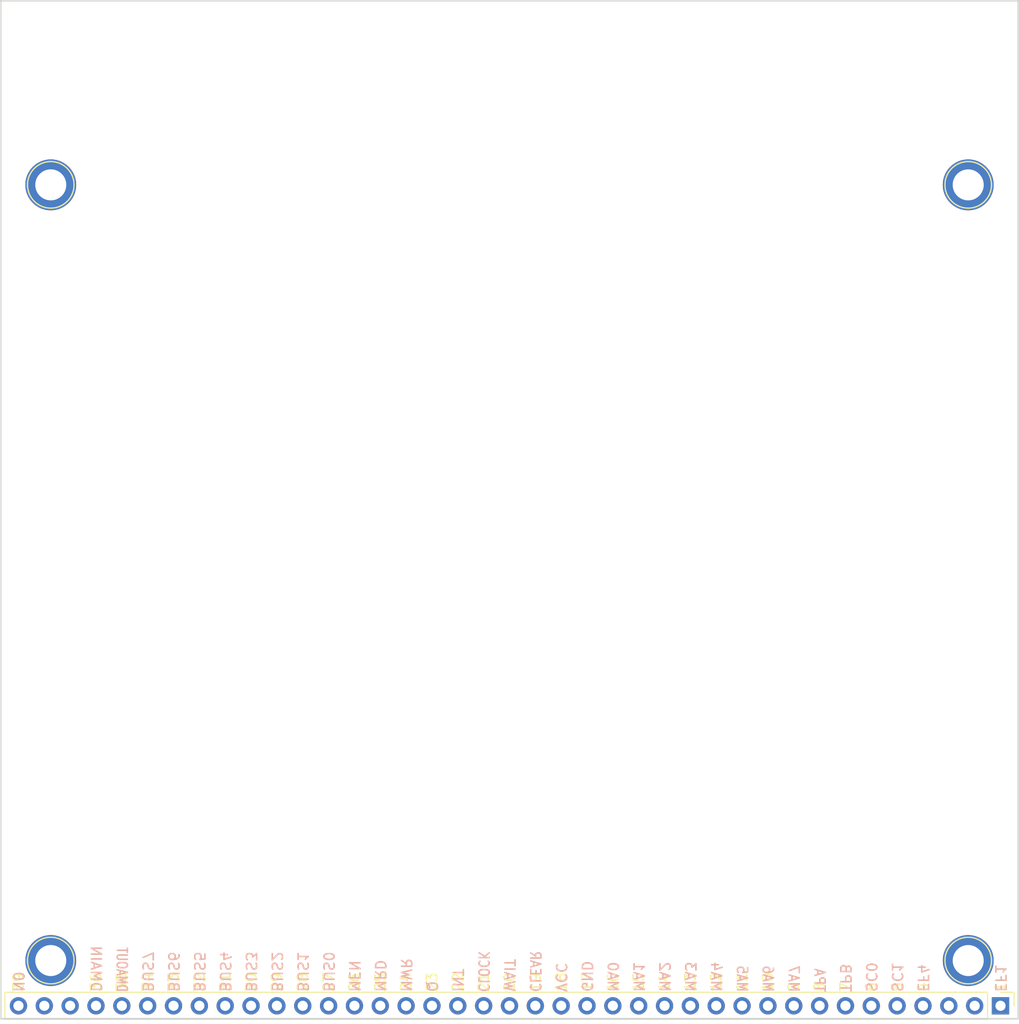
<source format=kicad_pcb>
(kicad_pcb (version 20171130) (host pcbnew "(5.1.9)-1")

  (general
    (thickness 1.6)
    (drawings 74)
    (tracks 6)
    (zones 0)
    (modules 5)
    (nets 44)
  )

  (page A4)
  (layers
    (0 F.Cu signal)
    (31 B.Cu signal)
    (32 B.Adhes user hide)
    (33 F.Adhes user hide)
    (34 B.Paste user hide)
    (35 F.Paste user hide)
    (36 B.SilkS user)
    (37 F.SilkS user)
    (38 B.Mask user)
    (39 F.Mask user)
    (40 Dwgs.User user hide)
    (41 Cmts.User user hide)
    (42 Eco1.User user hide)
    (43 Eco2.User user hide)
    (44 Edge.Cuts user)
    (45 Margin user)
    (46 B.CrtYd user)
    (47 F.CrtYd user)
    (48 B.Fab user)
    (49 F.Fab user)
  )

  (setup
    (last_trace_width 0.25)
    (user_trace_width 0.1)
    (user_trace_width 0.200004)
    (user_trace_width 0.500009)
    (user_trace_width 0.750013)
    (trace_clearance 0.2)
    (zone_clearance 0.508)
    (zone_45_only no)
    (trace_min 0.01)
    (via_size 0.6)
    (via_drill 0.4)
    (via_min_size 0.4)
    (via_min_drill 0.3)
    (uvia_size 0.3)
    (uvia_drill 0.1)
    (uvias_allowed no)
    (uvia_min_size 0.2)
    (uvia_min_drill 0.1)
    (edge_width 0.15)
    (segment_width 0.2)
    (pcb_text_width 0.3)
    (pcb_text_size 1.5 1.5)
    (mod_edge_width 0.2)
    (mod_text_size 1 1)
    (mod_text_width 0.15)
    (pad_size 1 1)
    (pad_drill 0.711)
    (pad_to_mask_clearance 0)
    (aux_axis_origin 0 0)
    (visible_elements 7FFFFFFF)
    (pcbplotparams
      (layerselection 0x010fc_ffffffff)
      (usegerberextensions true)
      (usegerberattributes false)
      (usegerberadvancedattributes false)
      (creategerberjobfile false)
      (excludeedgelayer true)
      (linewidth 0.100000)
      (plotframeref false)
      (viasonmask false)
      (mode 1)
      (useauxorigin false)
      (hpglpennumber 1)
      (hpglpenspeed 20)
      (hpglpendiameter 15.000000)
      (psnegative false)
      (psa4output false)
      (plotreference true)
      (plotvalue true)
      (plotinvisibletext false)
      (padsonsilk false)
      (subtractmaskfromsilk false)
      (outputformat 1)
      (mirror false)
      (drillshape 0)
      (scaleselection 1)
      (outputdirectory "export/"))
  )

  (net 0 "")
  (net 1 GND)
  (net 2 VCC)
  (net 3 N2)
  (net 4 TPB)
  (net 5 TPA)
  (net 6 /BUS0)
  (net 7 /BUS1)
  (net 8 /BUS2)
  (net 9 /BUS3)
  (net 10 /BUS4)
  (net 11 /BUS5)
  (net 12 /BUS6)
  (net 13 N0)
  (net 14 N1)
  (net 15 SC1)
  (net 16 SC0)
  (net 17 "Net-(J1-Pad1)")
  (net 18 "Net-(J2-Pad1)")
  (net 19 "Net-(J3-Pad1)")
  (net 20 "Net-(J4-Pad1)")
  (net 21 /MA7)
  (net 22 /MA6)
  (net 23 /MA5)
  (net 24 /MA4)
  (net 25 /MA3)
  (net 26 /MA2)
  (net 27 /MA1)
  (net 28 /MA0)
  (net 29 CLOCK)
  (net 30 Q)
  (net 31 MEN)
  (net 32 /BUS7)
  (net 33 ~EF1~)
  (net 34 ~EF2~)
  (net 35 ~EF3~)
  (net 36 ~EF4~)
  (net 37 ~CLEAR~)
  (net 38 ~WAIT~)
  (net 39 ~INTERRUPT~)
  (net 40 ~MWR~)
  (net 41 ~MRD~)
  (net 42 ~DMAOUT~)
  (net 43 ~DMAIN~)

  (net_class Default "This is the default net class."
    (clearance 0.2)
    (trace_width 0.25)
    (via_dia 0.6)
    (via_drill 0.4)
    (uvia_dia 0.3)
    (uvia_drill 0.1)
    (add_net /BUS0)
    (add_net /BUS1)
    (add_net /BUS2)
    (add_net /BUS3)
    (add_net /BUS4)
    (add_net /BUS5)
    (add_net /BUS6)
    (add_net /BUS7)
    (add_net /MA0)
    (add_net /MA1)
    (add_net /MA2)
    (add_net /MA3)
    (add_net /MA4)
    (add_net /MA5)
    (add_net /MA6)
    (add_net /MA7)
    (add_net CLOCK)
    (add_net GND)
    (add_net MEN)
    (add_net N0)
    (add_net N1)
    (add_net N2)
    (add_net "Net-(J1-Pad1)")
    (add_net "Net-(J2-Pad1)")
    (add_net "Net-(J3-Pad1)")
    (add_net "Net-(J4-Pad1)")
    (add_net Q)
    (add_net SC0)
    (add_net SC1)
    (add_net TPA)
    (add_net TPB)
    (add_net VCC)
    (add_net ~CLEAR~)
    (add_net ~DMAIN~)
    (add_net ~DMAOUT~)
    (add_net ~EF1~)
    (add_net ~EF2~)
    (add_net ~EF3~)
    (add_net ~EF4~)
    (add_net ~INTERRUPT~)
    (add_net ~MRD~)
    (add_net ~MWR~)
    (add_net ~WAIT~)
  )

  (net_class VCC ""
    (clearance 0.2)
    (trace_width 0.75)
    (via_dia 0.6)
    (via_drill 0.4)
    (uvia_dia 0.3)
    (uvia_drill 0.1)
  )

  (module 1802-Mini:Pin_Header_Straight_1x39_Pitch2.54mm (layer F.Cu) (tedit 5FE8264B) (tstamp 5B22789F)
    (at 198.12 146.05 270)
    (descr "Through hole straight pin header, 1x39, 2.54mm pitch, single row")
    (tags "Through hole pin header THT 1x39 2.54mm single row")
    (path /610DB5AF)
    (fp_text reference J5 (at 0 26.67 180) (layer F.SilkS) hide
      (effects (font (size 1 1) (thickness 0.15)))
    )
    (fp_text value Expansion (at 0 57.4675 180) (layer F.Fab) hide
      (effects (font (size 1 1) (thickness 0.15)))
    )
    (fp_text user %R (at 0 48.26) (layer F.Fab)
      (effects (font (size 1 1) (thickness 0.15)))
    )
    (fp_line (start 1.8 -1.8) (end -1.8 -1.8) (layer F.CrtYd) (width 0.05))
    (fp_line (start 1.8 98.3) (end 1.8 -1.8) (layer F.CrtYd) (width 0.05))
    (fp_line (start -1.8 98.3) (end 1.8 98.3) (layer F.CrtYd) (width 0.05))
    (fp_line (start -1.8 -1.8) (end -1.8 98.3) (layer F.CrtYd) (width 0.05))
    (fp_line (start -1.33 -1.33) (end 0 -1.33) (layer F.SilkS) (width 0.12))
    (fp_line (start -1.33 0) (end -1.33 -1.33) (layer F.SilkS) (width 0.12))
    (fp_line (start -1.33 1.27) (end 1.33 1.27) (layer F.SilkS) (width 0.12))
    (fp_line (start 1.33 1.27) (end 1.33 97.85) (layer F.SilkS) (width 0.12))
    (fp_line (start -1.33 1.27) (end -1.33 97.85) (layer F.SilkS) (width 0.12))
    (fp_line (start -1.33 97.85) (end 1.33 97.85) (layer F.SilkS) (width 0.12))
    (fp_line (start -1.27 -0.635) (end -0.635 -1.27) (layer F.Fab) (width 0.1))
    (fp_line (start -1.27 97.79) (end -1.27 -0.635) (layer F.Fab) (width 0.1))
    (fp_line (start 1.27 97.79) (end -1.27 97.79) (layer F.Fab) (width 0.1))
    (fp_line (start 1.27 -1.27) (end 1.27 97.79) (layer F.Fab) (width 0.1))
    (fp_line (start -0.635 -1.27) (end 1.27 -1.27) (layer F.Fab) (width 0.1))
    (pad 1 thru_hole rect (at 0 0 270) (size 1.7 1.7) (drill 1) (layers *.Cu *.Mask)
      (net 33 ~EF1~))
    (pad 2 thru_hole oval (at 0 2.54 270) (size 1.7 1.7) (drill 1) (layers *.Cu *.Mask)
      (net 34 ~EF2~))
    (pad 3 thru_hole oval (at 0 5.08 270) (size 1.7 1.7) (drill 1) (layers *.Cu *.Mask)
      (net 35 ~EF3~))
    (pad 4 thru_hole oval (at 0 7.62 270) (size 1.7 1.7) (drill 1) (layers *.Cu *.Mask)
      (net 36 ~EF4~))
    (pad 5 thru_hole oval (at 0 10.16 270) (size 1.7 1.7) (drill 1) (layers *.Cu *.Mask)
      (net 15 SC1))
    (pad 6 thru_hole oval (at 0 12.7 270) (size 1.7 1.7) (drill 1) (layers *.Cu *.Mask)
      (net 16 SC0))
    (pad 7 thru_hole oval (at 0 15.24 270) (size 1.7 1.7) (drill 1) (layers *.Cu *.Mask)
      (net 4 TPB))
    (pad 8 thru_hole oval (at 0 17.78 270) (size 1.7 1.7) (drill 1) (layers *.Cu *.Mask)
      (net 5 TPA))
    (pad 9 thru_hole oval (at 0 20.32 270) (size 1.7 1.7) (drill 1) (layers *.Cu *.Mask)
      (net 21 /MA7))
    (pad 10 thru_hole oval (at 0 22.86 270) (size 1.7 1.7) (drill 1) (layers *.Cu *.Mask)
      (net 22 /MA6))
    (pad 11 thru_hole oval (at 0 25.4 270) (size 1.7 1.7) (drill 1) (layers *.Cu *.Mask)
      (net 23 /MA5))
    (pad 12 thru_hole oval (at 0 27.94 270) (size 1.7 1.7) (drill 1) (layers *.Cu *.Mask)
      (net 24 /MA4))
    (pad 13 thru_hole oval (at 0 30.48 270) (size 1.7 1.7) (drill 1) (layers *.Cu *.Mask)
      (net 25 /MA3))
    (pad 14 thru_hole oval (at 0 33.02 270) (size 1.7 1.7) (drill 1) (layers *.Cu *.Mask)
      (net 26 /MA2))
    (pad 15 thru_hole oval (at 0 35.56 270) (size 1.7 1.7) (drill 1) (layers *.Cu *.Mask)
      (net 27 /MA1))
    (pad 16 thru_hole oval (at 0 38.1 270) (size 1.7 1.7) (drill 1) (layers *.Cu *.Mask)
      (net 28 /MA0))
    (pad 17 thru_hole oval (at 0 40.64 270) (size 1.7 1.7) (drill 1) (layers *.Cu *.Mask)
      (net 1 GND) (zone_connect 0))
    (pad 18 thru_hole oval (at 0 43.18 270) (size 1.7 1.7) (drill 1) (layers *.Cu *.Mask)
      (net 2 VCC))
    (pad 19 thru_hole oval (at 0 45.72 270) (size 1.7 1.7) (drill 1) (layers *.Cu *.Mask)
      (net 37 ~CLEAR~))
    (pad 20 thru_hole oval (at 0 48.26 270) (size 1.7 1.7) (drill 1) (layers *.Cu *.Mask)
      (net 38 ~WAIT~))
    (pad 21 thru_hole oval (at 0 50.8 270) (size 1.7 1.7) (drill 1) (layers *.Cu *.Mask)
      (net 29 CLOCK))
    (pad 22 thru_hole oval (at 0 53.34 270) (size 1.7 1.7) (drill 1) (layers *.Cu *.Mask)
      (net 39 ~INTERRUPT~))
    (pad 23 thru_hole oval (at 0 55.88 270) (size 1.7 1.7) (drill 1) (layers *.Cu *.Mask)
      (net 30 Q))
    (pad 24 thru_hole oval (at 0 58.42 270) (size 1.7 1.7) (drill 1) (layers *.Cu *.Mask)
      (net 40 ~MWR~))
    (pad 25 thru_hole oval (at 0 60.96 270) (size 1.7 1.7) (drill 1) (layers *.Cu *.Mask)
      (net 41 ~MRD~))
    (pad 26 thru_hole oval (at 0 63.5 270) (size 1.7 1.7) (drill 1) (layers *.Cu *.Mask)
      (net 31 MEN))
    (pad 27 thru_hole oval (at 0 66.04 270) (size 1.7 1.7) (drill 1) (layers *.Cu *.Mask)
      (net 6 /BUS0))
    (pad 28 thru_hole oval (at 0 68.58 270) (size 1.7 1.7) (drill 1) (layers *.Cu *.Mask)
      (net 7 /BUS1))
    (pad 29 thru_hole oval (at 0 71.12 270) (size 1.7 1.7) (drill 1) (layers *.Cu *.Mask)
      (net 8 /BUS2))
    (pad 30 thru_hole oval (at 0 73.66 270) (size 1.7 1.7) (drill 1) (layers *.Cu *.Mask)
      (net 9 /BUS3))
    (pad 31 thru_hole oval (at 0 76.2 270) (size 1.7 1.7) (drill 1) (layers *.Cu *.Mask)
      (net 10 /BUS4))
    (pad 32 thru_hole oval (at 0 78.74 270) (size 1.7 1.7) (drill 1) (layers *.Cu *.Mask)
      (net 11 /BUS5))
    (pad 33 thru_hole oval (at 0 81.28 270) (size 1.7 1.7) (drill 1) (layers *.Cu *.Mask)
      (net 12 /BUS6))
    (pad 34 thru_hole oval (at 0 83.82 270) (size 1.7 1.7) (drill 1) (layers *.Cu *.Mask)
      (net 32 /BUS7))
    (pad 35 thru_hole oval (at 0 86.36 270) (size 1.7 1.7) (drill 1) (layers *.Cu *.Mask)
      (net 42 ~DMAOUT~))
    (pad 36 thru_hole oval (at 0 88.9 270) (size 1.7 1.7) (drill 1) (layers *.Cu *.Mask)
      (net 43 ~DMAIN~))
    (pad 37 thru_hole oval (at 0 91.44 270) (size 1.7 1.7) (drill 1) (layers *.Cu *.Mask)
      (net 3 N2))
    (pad 38 thru_hole oval (at 0 93.98 270) (size 1.7 1.7) (drill 1) (layers *.Cu *.Mask)
      (net 14 N1))
    (pad 39 thru_hole oval (at 0 96.52 270) (size 1.7 1.7) (drill 1) (layers *.Cu *.Mask)
      (net 13 N0))
    (model ${KISYS3DMOD}/Pin_Headers.3dshapes/Pin_Header_Straight_1x39_Pitch2.54mm.wrl
      (at (xyz 0 0 0))
      (scale (xyz 1 1 1))
      (rotate (xyz 0 0 0))
    )
  )

  (module 1802-Mini:1pin (layer F.Cu) (tedit 5946BDE4) (tstamp 5946C0E0)
    (at 104.775 65.405)
    (descr "module 1 pin (ou trou mecanique de percage)")
    (tags DEV)
    (path /6111A9F4)
    (fp_text reference J4 (at 0 0) (layer F.SilkS) hide
      (effects (font (size 1 1) (thickness 0.15)))
    )
    (fp_text value Mount (at 0 3) (layer F.Fab) hide
      (effects (font (size 1 1) (thickness 0.15)))
    )
    (fp_circle (center 0 0) (end 0 -2.286) (layer F.SilkS) (width 0.12))
    (fp_circle (center 0 0) (end 2.6 0) (layer F.CrtYd) (width 0.05))
    (fp_circle (center 0 0) (end 2 0.8) (layer F.Fab) (width 0.1))
    (pad 1 thru_hole circle (at 0 0) (size 5 5) (drill 3.048) (layers *.Cu *.Mask)
      (net 20 "Net-(J4-Pad1)"))
  )

  (module 1802-Mini:1pin (layer F.Cu) (tedit 5946BDE4) (tstamp 5946C0DB)
    (at 104.775 141.605)
    (descr "module 1 pin (ou trou mecanique de percage)")
    (tags DEV)
    (path /6111A7F8)
    (fp_text reference J3 (at 0 0) (layer F.SilkS) hide
      (effects (font (size 1 1) (thickness 0.15)))
    )
    (fp_text value Mount (at 0 3) (layer F.Fab) hide
      (effects (font (size 1 1) (thickness 0.15)))
    )
    (fp_circle (center 0 0) (end 0 -2.286) (layer F.SilkS) (width 0.12))
    (fp_circle (center 0 0) (end 2.6 0) (layer F.CrtYd) (width 0.05))
    (fp_circle (center 0 0) (end 2 0.8) (layer F.Fab) (width 0.1))
    (pad 1 thru_hole circle (at 0 0) (size 5 5) (drill 3.048) (layers *.Cu *.Mask)
      (net 19 "Net-(J3-Pad1)"))
  )

  (module 1802-Mini:1pin (layer F.Cu) (tedit 5946BDE4) (tstamp 5FA1B09B)
    (at 194.945 65.405 180)
    (descr "module 1 pin (ou trou mecanique de percage)")
    (tags DEV)
    (path /6111A5A3)
    (fp_text reference J2 (at 0 0) (layer F.SilkS) hide
      (effects (font (size 1 1) (thickness 0.15)))
    )
    (fp_text value Mount (at 0 3) (layer F.Fab) hide
      (effects (font (size 1 1) (thickness 0.15)))
    )
    (fp_circle (center 0 0) (end 0 -2.286) (layer F.SilkS) (width 0.12))
    (fp_circle (center 0 0) (end 2.6 0) (layer F.CrtYd) (width 0.05))
    (fp_circle (center 0 0) (end 2 0.8) (layer F.Fab) (width 0.1))
    (pad 1 thru_hole circle (at 0 0 180) (size 5 5) (drill 3.048) (layers *.Cu *.Mask)
      (net 18 "Net-(J2-Pad1)"))
  )

  (module 1802-Mini:1pin (layer F.Cu) (tedit 5946BDE4) (tstamp 5B227897)
    (at 194.945 141.605)
    (descr "module 1 pin (ou trou mecanique de percage)")
    (tags DEV)
    (path /6111806C)
    (fp_text reference J1 (at 0 0) (layer F.SilkS) hide
      (effects (font (size 1 1) (thickness 0.15)))
    )
    (fp_text value Mount (at 0 3) (layer F.Fab) hide
      (effects (font (size 1 1) (thickness 0.15)))
    )
    (fp_circle (center 0 0) (end 0 -2.286) (layer F.SilkS) (width 0.12))
    (fp_circle (center 0 0) (end 2.6 0) (layer F.CrtYd) (width 0.05))
    (fp_circle (center 0 0) (end 2 0.8) (layer F.Fab) (width 0.1))
    (pad 1 thru_hole circle (at 0 0) (size 5 5) (drill 3.048) (layers *.Cu *.Mask)
      (net 17 "Net-(J1-Pad1)"))
  )

  (gr_line (start 99.86 47.32) (end 199.86 47.32) (angle 90) (layer Edge.Cuts) (width 0.15))
  (gr_line (start 99.86 147.32) (end 99.86 47.32) (angle 90) (layer Edge.Cuts) (width 0.15) (tstamp 5F9CF887))
  (gr_line (start 199.86 147.32) (end 199.86 47.32) (angle 90) (layer Edge.Cuts) (width 0.15) (tstamp 5FA17447))
  (gr_text 39 (at 101.6 144.78 90) (layer F.SilkS) (tstamp 5F8F39EA)
    (effects (font (size 1 1) (thickness 0.15)) (justify left))
  )
  (gr_text 36 (at 109.22 144.78 90) (layer F.SilkS) (tstamp 5F8F39E7)
    (effects (font (size 1 1) (thickness 0.15)) (justify left))
  )
  (gr_text 35 (at 111.76 144.78 90) (layer F.SilkS) (tstamp 5F8F39E4)
    (effects (font (size 1 1) (thickness 0.15)) (justify left))
  )
  (gr_text 34 (at 114.3 144.78 90) (layer F.SilkS) (tstamp 5F8F39E1)
    (effects (font (size 1 1) (thickness 0.15)) (justify left))
  )
  (gr_text 33 (at 116.84 144.78 90) (layer F.SilkS) (tstamp 5F8F39DE)
    (effects (font (size 1 1) (thickness 0.15)) (justify left))
  )
  (gr_text 32 (at 119.38 144.78 90) (layer F.SilkS) (tstamp 5F8F39DB)
    (effects (font (size 1 1) (thickness 0.15)) (justify left))
  )
  (gr_text 31 (at 121.92 144.78 90) (layer F.SilkS) (tstamp 5F8F39D8)
    (effects (font (size 1 1) (thickness 0.15)) (justify left))
  )
  (gr_text 30 (at 124.46 144.78 90) (layer F.SilkS) (tstamp 5F8F39D5)
    (effects (font (size 1 1) (thickness 0.15)) (justify left))
  )
  (gr_text 29 (at 127 144.78 90) (layer F.SilkS) (tstamp 5F8F39D2)
    (effects (font (size 1 1) (thickness 0.15)) (justify left))
  )
  (gr_text 28 (at 129.54 144.78 90) (layer F.SilkS) (tstamp 5F8F39CF)
    (effects (font (size 1 1) (thickness 0.15)) (justify left))
  )
  (gr_text 27 (at 132.08 144.78 90) (layer F.SilkS) (tstamp 5F8F39CC)
    (effects (font (size 1 1) (thickness 0.15)) (justify left))
  )
  (gr_text 26 (at 134.62 144.78 90) (layer F.SilkS) (tstamp 5F8F39C9)
    (effects (font (size 1 1) (thickness 0.15)) (justify left))
  )
  (gr_text 25 (at 137.16 144.78 90) (layer F.SilkS) (tstamp 5F8F39C6)
    (effects (font (size 1 1) (thickness 0.15)) (justify left))
  )
  (gr_text 24 (at 139.7 144.78 90) (layer F.SilkS) (tstamp 5F8F39C3)
    (effects (font (size 1 1) (thickness 0.15)) (justify left))
  )
  (gr_text 23 (at 142.24 144.78 90) (layer F.SilkS) (tstamp 5F8F3384)
    (effects (font (size 1 1) (thickness 0.15)) (justify left))
  )
  (gr_text 22 (at 144.78 144.78 90) (layer F.SilkS) (tstamp 5F8F3381)
    (effects (font (size 1 1) (thickness 0.15)) (justify left))
  )
  (gr_text 21 (at 147.32 144.78 90) (layer F.SilkS) (tstamp 5F8F337E)
    (effects (font (size 1 1) (thickness 0.15)) (justify left))
  )
  (gr_text 20 (at 149.86 144.78 90) (layer F.SilkS) (tstamp 5F8F337B)
    (effects (font (size 1 1) (thickness 0.15)) (justify left))
  )
  (gr_text 19 (at 152.4 144.78 90) (layer F.SilkS) (tstamp 5F8F3378)
    (effects (font (size 1 1) (thickness 0.15)) (justify left))
  )
  (gr_text 18 (at 154.94 144.78 90) (layer F.SilkS) (tstamp 5F8F3375)
    (effects (font (size 1 1) (thickness 0.15)) (justify left))
  )
  (gr_text 17 (at 157.48 144.78 90) (layer F.SilkS) (tstamp 5F8F3372)
    (effects (font (size 1 1) (thickness 0.15)) (justify left))
  )
  (gr_text 16 (at 160.02 144.78 90) (layer F.SilkS) (tstamp 5F8F336F)
    (effects (font (size 1 1) (thickness 0.15)) (justify left))
  )
  (gr_text 15 (at 162.56 144.78 90) (layer F.SilkS) (tstamp 5F8F336C)
    (effects (font (size 1 1) (thickness 0.15)) (justify left))
  )
  (gr_text 14 (at 165.1 144.78 90) (layer F.SilkS) (tstamp 5F8F3369)
    (effects (font (size 1 1) (thickness 0.15)) (justify left))
  )
  (gr_text 13 (at 167.64 144.78 90) (layer F.SilkS) (tstamp 5F8F3366)
    (effects (font (size 1 1) (thickness 0.15)) (justify left))
  )
  (gr_text 12 (at 170.18 144.78 90) (layer F.SilkS) (tstamp 5F8F3363)
    (effects (font (size 1 1) (thickness 0.15)) (justify left))
  )
  (gr_text 11 (at 172.72 144.78 90) (layer F.SilkS) (tstamp 5F8F3360)
    (effects (font (size 1 1) (thickness 0.15)) (justify left))
  )
  (gr_text 10 (at 175.26 144.78 90) (layer F.SilkS) (tstamp 5F8F335D)
    (effects (font (size 1 1) (thickness 0.15)) (justify left))
  )
  (gr_text 9 (at 177.8 144.78 90) (layer F.SilkS) (tstamp 5F8F2D16)
    (effects (font (size 1 1) (thickness 0.15)) (justify left))
  )
  (gr_text 8 (at 180.34 144.78 90) (layer F.SilkS) (tstamp 5F8F2D14)
    (effects (font (size 1 1) (thickness 0.15)) (justify left))
  )
  (gr_text 7 (at 182.88 144.78 90) (layer F.SilkS) (tstamp 5F8F2D12)
    (effects (font (size 1 1) (thickness 0.15)) (justify left))
  )
  (gr_text 6 (at 185.42 144.78 90) (layer F.SilkS) (tstamp 5F8F2D10)
    (effects (font (size 1 1) (thickness 0.15)) (justify left))
  )
  (gr_text 5 (at 187.96 144.78 90) (layer F.SilkS) (tstamp 5F8F2D0E)
    (effects (font (size 1 1) (thickness 0.15)) (justify left))
  )
  (gr_text 4 (at 190.5 144.78 90) (layer F.SilkS) (tstamp 5F8F28DB)
    (effects (font (size 1 1) (thickness 0.15)) (justify left))
  )
  (gr_text 1 (at 198.12 144.78 90) (layer F.SilkS) (tstamp 5F8F28D7)
    (effects (font (size 1 1) (thickness 0.15)) (justify left))
  )
  (gr_text N0 (at 101.6 144.78 270) (layer B.SilkS) (tstamp 5F8F13AE)
    (effects (font (size 1 1) (thickness 0.15)) (justify left mirror))
  )
  (gr_text DMAIN (at 109.22 144.78 270) (layer B.SilkS) (tstamp 5F8F13A9)
    (effects (font (size 1 1) (thickness 0.15)) (justify left mirror))
  )
  (gr_text DMAOUT (at 111.76 144.78 270) (layer B.SilkS) (tstamp 5F8F13A6)
    (effects (font (size 1 0.746) (thickness 0.15)) (justify left mirror))
  )
  (gr_text BUS7 (at 114.3 144.78 270) (layer B.SilkS) (tstamp 5F8F13A1)
    (effects (font (size 1 1) (thickness 0.15)) (justify left mirror))
  )
  (gr_text BUS6 (at 116.84 144.78 270) (layer B.SilkS) (tstamp 5F8F139E)
    (effects (font (size 1 1) (thickness 0.15)) (justify left mirror))
  )
  (gr_text BUS5 (at 119.38 144.78 270) (layer B.SilkS) (tstamp 5F8F139B)
    (effects (font (size 1 1) (thickness 0.15)) (justify left mirror))
  )
  (gr_text BUS4 (at 121.92 144.78 270) (layer B.SilkS) (tstamp 5F8F1398)
    (effects (font (size 1 1) (thickness 0.15)) (justify left mirror))
  )
  (gr_text BUS3 (at 124.46 144.78 270) (layer B.SilkS) (tstamp 5F8F1395)
    (effects (font (size 1 1) (thickness 0.15)) (justify left mirror))
  )
  (gr_text BUS2 (at 127 144.78 270) (layer B.SilkS) (tstamp 5F8F1392)
    (effects (font (size 1 1) (thickness 0.15)) (justify left mirror))
  )
  (gr_text BUS1 (at 129.54 144.78 270) (layer B.SilkS) (tstamp 5F8F138F)
    (effects (font (size 1 1) (thickness 0.15)) (justify left mirror))
  )
  (gr_text BUS0 (at 132.08 144.78 270) (layer B.SilkS) (tstamp 5F8F138C)
    (effects (font (size 1 1) (thickness 0.15)) (justify left mirror))
  )
  (gr_text MEN (at 134.62 144.78 270) (layer B.SilkS) (tstamp 5F8F1387)
    (effects (font (size 1 1) (thickness 0.15)) (justify left mirror))
  )
  (gr_text MRD (at 137.16 144.78 270) (layer B.SilkS) (tstamp 5F8F1381)
    (effects (font (size 1 1) (thickness 0.15)) (justify left mirror))
  )
  (gr_text MWR (at 139.7 144.78 270) (layer B.SilkS) (tstamp 5F8F137C)
    (effects (font (size 1 1) (thickness 0.15)) (justify left mirror))
  )
  (gr_text Q (at 142.24 144.78 270) (layer B.SilkS) (tstamp 5F8F1377)
    (effects (font (size 1 1) (thickness 0.15)) (justify left mirror))
  )
  (gr_text INT (at 144.78 144.78 270) (layer B.SilkS) (tstamp 5F8F1372)
    (effects (font (size 1 1) (thickness 0.15)) (justify left mirror))
  )
  (gr_text CLOCK (at 147.32 144.78 270) (layer B.SilkS) (tstamp 5F8F136B)
    (effects (font (size 1 0.8222) (thickness 0.15)) (justify left mirror))
  )
  (gr_text WAIT (at 149.86 144.78 270) (layer B.SilkS) (tstamp 5F8F1368)
    (effects (font (size 1 1) (thickness 0.15)) (justify left mirror))
  )
  (gr_text CLEAR (at 152.4 144.78 270) (layer B.SilkS) (tstamp 5F8F1363)
    (effects (font (size 1 0.873) (thickness 0.15)) (justify left mirror))
  )
  (gr_text VCC (at 154.94 144.78 270) (layer B.SilkS) (tstamp 5F8F1360)
    (effects (font (size 1 1) (thickness 0.15)) (justify left mirror))
  )
  (gr_text EF1 (at 198.12 144.78 270) (layer B.SilkS) (tstamp 5F8F1359)
    (effects (font (size 1 1) (thickness 0.15)) (justify left mirror))
  )
  (gr_text EF4 (at 190.5 144.78 270) (layer B.SilkS) (tstamp 5F8F1355)
    (effects (font (size 1 1) (thickness 0.15)) (justify left mirror))
  )
  (gr_text SC1 (at 187.96 144.78 270) (layer B.SilkS) (tstamp 5F8F1350)
    (effects (font (size 1 1) (thickness 0.15)) (justify left mirror))
  )
  (gr_text SC0 (at 185.42 144.78 270) (layer B.SilkS) (tstamp 5F8F134B)
    (effects (font (size 1 1) (thickness 0.15)) (justify left mirror))
  )
  (gr_text TPB (at 182.88 144.78 270) (layer B.SilkS) (tstamp 5F8F1348)
    (effects (font (size 1 1) (thickness 0.15)) (justify left mirror))
  )
  (gr_text TPA (at 180.34 144.78 270) (layer B.SilkS) (tstamp 5F8F1345)
    (effects (font (size 1 0.873) (thickness 0.15)) (justify left mirror))
  )
  (gr_text MA7 (at 177.8 144.78 270) (layer B.SilkS) (tstamp 5F8F1340)
    (effects (font (size 1 0.873) (thickness 0.15)) (justify left mirror))
  )
  (gr_text MA6 (at 175.26 144.78 270) (layer B.SilkS) (tstamp 5F8F133D)
    (effects (font (size 1 0.873) (thickness 0.15)) (justify left mirror))
  )
  (gr_text MA5 (at 172.72 144.78 270) (layer B.SilkS) (tstamp 5F8F1337)
    (effects (font (size 1 0.873) (thickness 0.15)) (justify left mirror))
  )
  (gr_text MA4 (at 170.18 144.78 270) (layer B.SilkS) (tstamp 5F8F1334)
    (effects (font (size 1 1) (thickness 0.15)) (justify left mirror))
  )
  (gr_text MA3 (at 167.64 144.78 270) (layer B.SilkS) (tstamp 5F8F1331)
    (effects (font (size 1 1) (thickness 0.15)) (justify left mirror))
  )
  (gr_text MA2 (at 165.1 144.78 270) (layer B.SilkS) (tstamp 5F8F132E)
    (effects (font (size 1 1) (thickness 0.15)) (justify left mirror))
  )
  (gr_text MA1 (at 162.56 144.78 270) (layer B.SilkS) (tstamp 5F8F132A)
    (effects (font (size 1 1) (thickness 0.15)) (justify left mirror))
  )
  (gr_text MA0 (at 160.02 144.78 270) (layer B.SilkS) (tstamp 5F8F1323)
    (effects (font (size 1 1) (thickness 0.15)) (justify left mirror))
  )
  (gr_text GND (at 157.48 144.78 270) (layer B.SilkS) (tstamp 5F8F10F6)
    (effects (font (size 1 1) (thickness 0.15)) (justify left mirror))
  )
  (gr_line (start 199.86 147.32) (end 99.86 147.32) (angle 90) (layer Edge.Cuts) (width 0.15))

  (segment (start 154.94 145.415) (end 154.94 146.05) (width 0.25) (layer F.Cu) (net 2) (tstamp 5B22DBC5) (status 30))
  (segment (start 155.034999 145.955001) (end 154.94 146.05) (width 0.25) (layer F.Cu) (net 2) (status 30))
  (segment (start 154.94 146.05) (end 154.94 146.685) (width 0.500009) (layer F.Cu) (net 2) (status 30))
  (segment (start 132.08 145.415) (end 132.08 146.05) (width 0.25) (layer F.Cu) (net 6) (tstamp 5B22D799) (status 30))
  (segment (start 127 145.415) (end 127 146.05) (width 0.25) (layer F.Cu) (net 8) (tstamp 5B22D717) (status 30))
  (segment (start 104.14 146.05) (end 104.14 145.415) (width 0.25) (layer B.Cu) (net 14) (status 30))

)

</source>
